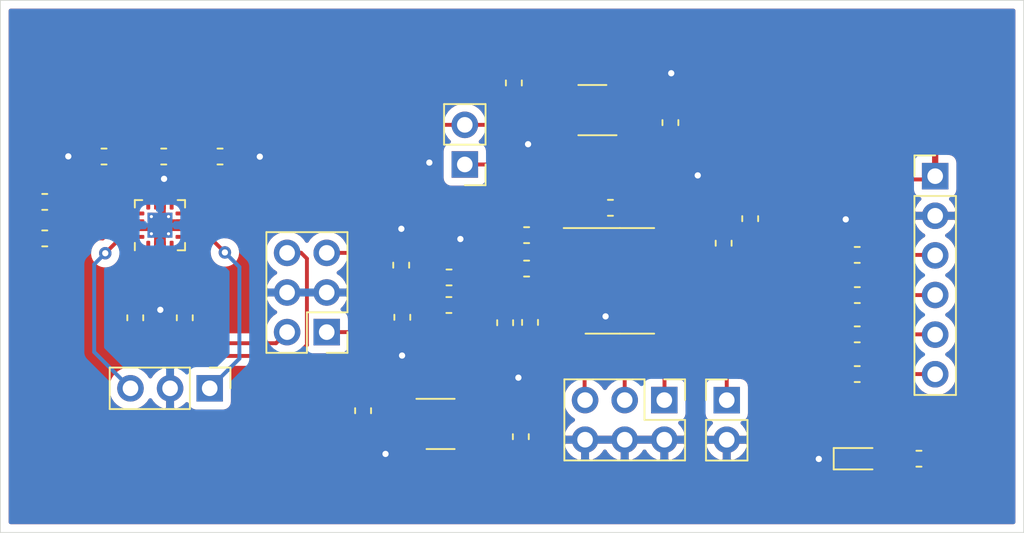
<source format=kicad_pcb>
(kicad_pcb (version 20171130) (host pcbnew 5.1.6-c6e7f7d~87~ubuntu18.04.1)
  (title_block (title "5V PCM5102 interface for Raspberry PI (PLL Operation)") (date 2020-08-28) (rev 0.5) (company 6r1d) (comment 1 "Attention: board is not tested yet"))
  (layers (0 F.Cu signal) (31 B.Cu signal) (34 B.Paste user) (35 F.Paste user) (36 B.SilkS user) (37 F.SilkS user) (38 B.Mask user) (39 F.Mask user) (44 Edge.Cuts user))
  (net 0 "")
  (net 1 PCM_AGND)
  (net 2 "Net-(C6-Pad2)")
  (net 3 "Net-(C9-Pad2)")
  (net 4 AMP_IN_L)
  (net 5 AMP_IN_R)
  (net 6 PCM_AVDD)
  (net 7 PCM_CPVDD)
  (net 8 DAC_OUT_L)
  (net 9 DAC_OUT_R)
  (net 10 PCM_LDOO)
  (net 11 PCM_CAPP)
  (net 12 PCM_CAPM)
  (net 13 PCM_VNEG)
  (net 14 "Net-(D1-Pad2)")
  (net 15 "Net-(J1-Pad3)")
  (net 16 "Net-(J1-Pad4)")
  (net 17 "Net-(J1-Pad5)")
  (net 18 "Net-(J1-Pad6)")
  (net 19 PCM_FMT)
  (net 20 PCM_DEMP)
  (net 21 PCM_FLT)
  (net 22 PCM_SCK)
  (net 23 PCM_XSMT)
  (net 24 PCM_BCK)
  (net 25 PCM_OUT_L)
  (net 26 PCM_OUT_R)
  (net 27 PCM_DIN)
  (net 28 PCM_LRCK)
  (net 29 AMP_CPP1)
  (net 30 AMP_CPN1)
  (net 31 AMP_OUTR)
  (net 32 AMP_OUTL)
  (net 33 AMP_INLM)
  (net 34 AMP_INRM)
  (net 35 AMP_HPVSS)
  (net 36 AMP_EN)
  (net 37 AMP_VDD)
  (net 38 AMP_HPVDD)
  (module Resistor_SMD:R_0603_1608Metric (layer F.Cu) (at 15.72 25.68)
    (fp_text reference R_AMP_EN_2 hide)
    (fp_text value "220 / 330" hide)
    (pad 2 smd roundrect (at 0.7875 0) (size 0.875 0.95) (layers F.Cu F.Paste F.Mask) (net 36 AMP_EN))
    (pad 1 smd roundrect (at -0.7875 0) (size 0.875 0.95) (layers F.Cu F.Paste F.Mask) (net 37 AMP_VDD))
  )
  (module Capacitor_SMD:C_0603_1608Metric (layer F.Cu) (at 36.13156 39.06812 90)
    (fp_text reference C5 hide)
    (fp_text value 2.2 hide)
    (pad 2 smd roundrect (at 0.7875 0 90) (size 0.875 0.95) (layers F.Cu F.Paste F.Mask) (net 37 AMP_VDD))
    (pad 1 smd roundrect (at -0.7875 0 90) (size 0.875 0.95) (layers F.Cu F.Paste F.Mask) (net 1 PCM_AGND))
  )
  (module Capacitor_SMD:C_0603_1608Metric (layer F.Cu) (at 46.24584 40.73436 90)
    (fp_text reference C6 hide)
    (fp_text value 0.01 hide)
    (pad 1 smd roundrect (at -0.7875 0 90) (size 0.875 0.95) (layers F.Cu F.Paste F.Mask) (net 1 PCM_AGND))
    (pad 2 smd roundrect (at 0.7875 0 90) (size 0.875 0.95) (layers F.Cu F.Paste F.Mask) (net 2 "Net-(C6-Pad2)"))
  )
  (module Capacitor_SMD:C_0603_1608Metric (layer F.Cu) (at 55.83688 20.59724 270)
    (fp_text reference C8 hide)
    (fp_text value 2.2 hide)
    (pad 2 smd roundrect (at 0.7875 0 270) (size 0.875 0.95) (layers F.Cu F.Paste F.Mask) (net 37 AMP_VDD))
    (pad 1 smd roundrect (at -0.7875 0 270) (size 0.875 0.95) (layers F.Cu F.Paste F.Mask) (net 1 PCM_AGND))
  )
  (module Capacitor_SMD:C_0603_1608Metric (layer F.Cu) (at 45.7988 18.05216 270)
    (fp_text reference C9 hide)
    (fp_text value 0.01 hide)
    (pad 1 smd roundrect (at -0.7875 0 270) (size 0.875 0.95) (layers F.Cu F.Paste F.Mask) (net 1 PCM_AGND))
    (pad 2 smd roundrect (at 0.7875 0 270) (size 0.875 0.95) (layers F.Cu F.Paste F.Mask) (net 3 "Net-(C9-Pad2)"))
  )
  (module Capacitor_SMD:C_0603_1608Metric (layer F.Cu) (at 21.52396 33.11 90)
    (fp_text reference C_AL1 hide)
    (fp_text value "1 uF" hide)
    (pad 1 smd roundrect (at -0.7875 0 90) (size 0.875 0.95) (layers F.Cu F.Paste F.Mask) (net 4 AMP_IN_L))
    (pad 2 smd roundrect (at 0.7875 0 90) (size 0.875 0.95) (layers F.Cu F.Paste F.Mask) (net 33 AMP_INLM))
  )
  (module Capacitor_SMD:C_0603_1608Metric (layer F.Cu) (at 24.6982 33.11 90)
    (fp_text reference C_AR1 hide)
    (fp_text value 1uF hide)
    (pad 1 smd roundrect (at -0.7875 0 90) (size 0.875 0.95) (layers F.Cu F.Paste F.Mask) (net 5 AMP_IN_R))
    (pad 2 smd roundrect (at 0.7875 0 90) (size 0.875 0.95) (layers F.Cu F.Paste F.Mask) (net 34 AMP_INRM))
  )
  (module Capacitor_SMD:C_0603_1608Metric (layer F.Cu) (at 46.83576 33.40708 270)
    (fp_text reference C_AVDD_1 hide)
    (fp_text value 10u hide)
    (pad 2 smd roundrect (at 0.7875 0 270) (size 0.875 0.95) (layers F.Cu F.Paste F.Mask) (net 1 PCM_AGND))
    (pad 1 smd roundrect (at -0.7875 0 270) (size 0.875 0.95) (layers F.Cu F.Paste F.Mask) (net 6 PCM_AVDD))
  )
  (module Capacitor_SMD:C_0603_1608Metric (layer F.Cu) (at 45.24064 33.4274 270)
    (fp_text reference C_AVDD_2 hide)
    (fp_text value 0.1u hide)
    (pad 1 smd roundrect (at -0.7875 0 270) (size 0.875 0.95) (layers F.Cu F.Paste F.Mask) (net 6 PCM_AVDD))
    (pad 2 smd roundrect (at 0.7875 0 270) (size 0.875 0.95) (layers F.Cu F.Paste F.Mask) (net 1 PCM_AGND))
  )
  (module Capacitor_SMD:C_0603_1608Metric (layer F.Cu) (at 46.61668 27.81084 180)
    (fp_text reference C_CPGND1 hide)
    (fp_text value 0.1uF hide)
    (pad 1 smd roundrect (at -0.7875 0 180) (size 0.875 0.95) (layers F.Cu F.Paste F.Mask) (net 7 PCM_CPVDD))
    (pad 2 smd roundrect (at 0.7875 0 180) (size 0.875 0.95) (layers F.Cu F.Paste F.Mask) (net 1 PCM_AGND))
  )
  (module Capacitor_SMD:C_0603_1608Metric (layer F.Cu) (at 38.57504 29.73616 90)
    (fp_text reference C_DAC_L1 hide)
    (fp_text value 2.2nF hide)
    (pad 2 smd roundrect (at 0.7875 0 90) (size 0.875 0.95) (layers F.Cu F.Paste F.Mask) (net 1 PCM_AGND))
    (pad 1 smd roundrect (at -0.7875 0 90) (size 0.875 0.95) (layers F.Cu F.Paste F.Mask) (net 8 DAC_OUT_L))
  )
  (module Capacitor_SMD:C_0603_1608Metric (layer F.Cu) (at 38.64616 33.0788 90)
    (fp_text reference C_DAC_R1 hide)
    (fp_text value 2.2nF hide)
    (pad 2 smd roundrect (at 0.7875 0 90) (size 0.875 0.95) (layers F.Cu F.Paste F.Mask) (net 9 DAC_OUT_R))
    (pad 1 smd roundrect (at -0.7875 0 90) (size 0.875 0.95) (layers F.Cu F.Paste F.Mask) (net 1 PCM_AGND))
  )
  (module Capacitor_SMD:C_0603_1608Metric (layer F.Cu) (at 60.95244 26.7542 90)
    (fp_text reference C_DVDD1 hide)
    (fp_text value "0.1 uF" hide)
    (pad 2 smd roundrect (at 0.7875 0 90) (size 0.875 0.95) (layers F.Cu F.Paste F.Mask) (net 7 PCM_CPVDD))
    (pad 1 smd roundrect (at -0.7875 0 90) (size 0.875 0.95) (layers F.Cu F.Paste F.Mask) (net 1 PCM_AGND))
  )
  (module Capacitor_SMD:C_0603_1608Metric (layer F.Cu) (at 26.96 22.77)
    (fp_text reference C_HPVSS_1 hide)
    (fp_text value "1 uF" hide)
    (pad 2 smd roundrect (at 0.7875 0) (size 0.875 0.95) (layers F.Cu F.Paste F.Mask) (net 1 PCM_AGND))
    (pad 1 smd roundrect (at -0.7875 0) (size 0.875 0.95) (layers F.Cu F.Paste F.Mask) (net 35 AMP_HPVSS))
  )
  (module Capacitor_SMD:C_0603_1608Metric (layer F.Cu) (at 59.25064 28.329 90)
    (fp_text reference C_LDOO1 hide)
    (fp_text value "0.1 uF" hide)
    (pad 1 smd roundrect (at -0.7875 0 90) (size 0.875 0.95) (layers F.Cu F.Paste F.Mask) (net 10 PCM_LDOO))
    (pad 2 smd roundrect (at 0.7875 0 90) (size 0.875 0.95) (layers F.Cu F.Paste F.Mask) (net 1 PCM_AGND))
  )
  (module Capacitor_SMD:C_0603_1608Metric (layer F.Cu) (at 51.99132 26.05824)
    (fp_text reference C_PCM_CAPS_1 hide)
    (fp_text value 2.2uF hide)
    (pad 1 smd roundrect (at -0.7875 0) (size 0.875 0.95) (layers F.Cu F.Paste F.Mask) (net 11 PCM_CAPP))
    (pad 2 smd roundrect (at 0.7875 0) (size 0.875 0.95) (layers F.Cu F.Paste F.Mask) (net 12 PCM_CAPM))
  )
  (module Capacitor_SMD:C_0603_1608Metric (layer F.Cu) (at 46.61668 29.9546)
    (fp_text reference C_PCM_VNEG_1 hide)
    (fp_text value 2.2uF hide)
    (pad 2 smd roundrect (at 0.7875 0) (size 0.875 0.95) (layers F.Cu F.Paste F.Mask) (net 13 PCM_VNEG))
    (pad 1 smd roundrect (at -0.7875 0) (size 0.875 0.95) (layers F.Cu F.Paste F.Mask) (net 1 PCM_AGND))
  )
  (module Capacitor_SMD:C_0603_1608Metric (layer F.Cu) (at 23.35 22.77)
    (fp_text reference CP_P_N1 hide)
    (fp_text value 1uF hide)
    (pad 1 smd roundrect (at -0.7875 0) (size 0.875 0.95) (layers F.Cu F.Paste F.Mask) (net 29 AMP_CPP1))
    (pad 2 smd roundrect (at 0.7875 0) (size 0.875 0.95) (layers F.Cu F.Paste F.Mask) (net 30 AMP_CPN1))
  )
  (module LED_SMD:LED_0603_1608Metric_Castellated (layer F.Cu) (at 67.99332 42.1466)
    (fp_text reference D1 hide)
    (fp_text value LED hide)
    (pad 1 smd roundrect (at -0.8125 0) (size 1.225 0.85) (layers F.Cu F.Paste F.Mask) (net 1 PCM_AGND))
    (pad 2 smd roundrect (at 0.8125 0) (size 1.225 0.85) (layers F.Cu F.Paste F.Mask) (net 14 "Net-(D1-Pad2)"))
  )
  (module Connector_PinHeader_2.54mm:PinHeader_1x06_P2.54mm_Vertical (layer F.Cu) (at 72.81424 24.0296)
    (fp_text reference J1 hide)
    (fp_text value Conn_01x06 hide)
    (pad 1 thru_hole rect (at 0 0) (size 1.7 1.7) (drill 1) (layers *.Cu *.Mask) (net 37 AMP_VDD))
    (pad 2 thru_hole oval (at 0 2.54) (size 1.7 1.7) (drill 1) (layers *.Cu *.Mask) (net 1 PCM_AGND))
    (pad 3 thru_hole oval (at 0 5.08) (size 1.7 1.7) (drill 1) (layers *.Cu *.Mask) (net 15 "Net-(J1-Pad3)"))
    (pad 4 thru_hole oval (at 0 7.62) (size 1.7 1.7) (drill 1) (layers *.Cu *.Mask) (net 16 "Net-(J1-Pad4)"))
    (pad 5 thru_hole oval (at 0 10.16) (size 1.7 1.7) (drill 1) (layers *.Cu *.Mask) (net 17 "Net-(J1-Pad5)"))
    (pad 6 thru_hole oval (at 0 12.7) (size 1.7 1.7) (drill 1) (layers *.Cu *.Mask) (net 18 "Net-(J1-Pad6)"))
  )
  (module Connector_PinHeader_2.54mm:PinHeader_1x02_P2.54mm_Vertical (layer F.Cu) (at 59.44876 38.39248)
    (fp_text reference J_SCK1 hide)
    (fp_text value Conn_01x02 hide)
    (pad 2 thru_hole oval (at 0 2.54) (size 1.7 1.7) (drill 1) (layers *.Cu *.Mask) (net 1 PCM_AGND))
    (pad 1 thru_hole rect (at 0 0) (size 1.7 1.7) (drill 1) (layers *.Cu *.Mask) (net 22 PCM_SCK))
  )
  (module Connector_PinHeader_2.54mm:PinHeader_1x02_P2.54mm_Vertical (layer F.Cu) (at 42.65428 23.27948 180)
    (fp_text reference J_XSMT1 hide)
    (fp_text value Conn_01x02 hide)
    (pad 1 thru_hole rect (at 0 0 180) (size 1.7 1.7) (drill 1) (layers *.Cu *.Mask) (net 23 PCM_XSMT))
    (pad 2 thru_hole oval (at 0 2.54 180) (size 1.7 1.7) (drill 1) (layers *.Cu *.Mask) (net 7 PCM_CPVDD))
  )
  (module Resistor_SMD:R_0603_1608Metric (layer F.Cu) (at 67.81552 34.172666)
    (fp_text reference R_BCK_1 hide)
    (fp_text value "220 / 330" hide)
    (pad 1 smd roundrect (at -0.7875 0) (size 0.875 0.95) (layers F.Cu F.Paste F.Mask) (net 24 PCM_BCK))
    (pad 2 smd roundrect (at 0.7875 0) (size 0.875 0.95) (layers F.Cu F.Paste F.Mask) (net 17 "Net-(J1-Pad5)"))
  )
  (module Resistor_SMD:R_0603_1608Metric (layer F.Cu) (at 41.64336 30.52356)
    (fp_text reference R_DAC_L1 hide)
    (fp_text value 471 hide)
    (pad 2 smd roundrect (at 0.7875 0) (size 0.875 0.95) (layers F.Cu F.Paste F.Mask) (net 25 PCM_OUT_L))
    (pad 1 smd roundrect (at -0.7875 0) (size 0.875 0.95) (layers F.Cu F.Paste F.Mask) (net 8 DAC_OUT_L))
  )
  (module Resistor_SMD:R_0603_1608Metric (layer F.Cu) (at 41.6332 32.2914)
    (fp_text reference R_DAC_R1 hide)
    (fp_text value 471 hide)
    (pad 1 smd roundrect (at -0.7875 0) (size 0.875 0.95) (layers F.Cu F.Paste F.Mask) (net 9 DAC_OUT_R))
    (pad 2 smd roundrect (at 0.7875 0) (size 0.875 0.95) (layers F.Cu F.Paste F.Mask) (net 26 PCM_OUT_R))
  )
  (module Resistor_SMD:R_0603_1608Metric (layer F.Cu) (at 67.8206 31.65468)
    (fp_text reference R_DIN_1 hide)
    (fp_text value "220 / 330" hide)
    (pad 2 smd roundrect (at 0.7875 0) (size 0.875 0.95) (layers F.Cu F.Paste F.Mask) (net 16 "Net-(J1-Pad4)"))
    (pad 1 smd roundrect (at -0.7875 0) (size 0.875 0.95) (layers F.Cu F.Paste F.Mask) (net 27 PCM_DIN))
  )
  (module Resistor_SMD:R_0603_1608Metric (layer F.Cu) (at 67.81552 29.07912)
    (fp_text reference R_LCK_1 hide)
    (fp_text value "220 / 330" hide)
    (pad 1 smd roundrect (at -0.7875 0) (size 0.875 0.95) (layers F.Cu F.Paste F.Mask) (net 28 PCM_LRCK))
    (pad 2 smd roundrect (at 0.7875 0) (size 0.875 0.95) (layers F.Cu F.Paste F.Mask) (net 15 "Net-(J1-Pad3)"))
  )
  (module Resistor_SMD:R_0603_1608Metric (layer F.Cu) (at 71.77284 42.1466 180)
    (fp_text reference R_LED1 hide)
    (fp_text value 1k hide)
    (pad 1 smd roundrect (at -0.7875 0 180) (size 0.875 0.95) (layers F.Cu F.Paste F.Mask) (net 37 AMP_VDD))
    (pad 2 smd roundrect (at 0.7875 0 180) (size 0.875 0.95) (layers F.Cu F.Paste F.Mask) (net 14 "Net-(D1-Pad2)"))
  )
  (module Resistor_SMD:R_0603_1608Metric (layer F.Cu) (at 67.81552 36.71944)
    (fp_text reference R_SCK_1 hide)
    (fp_text value "220 / 330" hide)
    (pad 2 smd roundrect (at 0.7875 0) (size 0.875 0.95) (layers F.Cu F.Paste F.Mask) (net 18 "Net-(J1-Pad6)"))
    (pad 1 smd roundrect (at -0.7875 0) (size 0.875 0.95) (layers F.Cu F.Paste F.Mask) (net 22 PCM_SCK))
  )
  (module Package_SO:TSSOP-20_4.4x6.5mm_P0.65mm (layer F.Cu) (at 52.59584 30.742)
    (fp_text reference U1 hide)
    (fp_text value PCM5102 hide)
    (pad 1 smd roundrect (at -2.8625 -2.925) (size 1.475 0.4) (layers F.Cu F.Paste F.Mask) (net 7 PCM_CPVDD))
    (pad 2 smd roundrect (at -2.8625 -2.275) (size 1.475 0.4) (layers F.Cu F.Paste F.Mask) (net 11 PCM_CAPP))
    (pad 3 smd roundrect (at -2.8625 -1.625) (size 1.475 0.4) (layers F.Cu F.Paste F.Mask) (net 1 PCM_AGND))
    (pad 4 smd roundrect (at -2.8625 -0.975) (size 1.475 0.4) (layers F.Cu F.Paste F.Mask) (net 12 PCM_CAPM))
    (pad 5 smd roundrect (at -2.8625 -0.325) (size 1.475 0.4) (layers F.Cu F.Paste F.Mask) (net 13 PCM_VNEG))
    (pad 6 smd roundrect (at -2.8625 0.325) (size 1.475 0.4) (layers F.Cu F.Paste F.Mask) (net 25 PCM_OUT_L))
    (pad 7 smd roundrect (at -2.8625 0.975) (size 1.475 0.4) (layers F.Cu F.Paste F.Mask) (net 26 PCM_OUT_R))
    (pad 8 smd roundrect (at -2.8625 1.625) (size 1.475 0.4) (layers F.Cu F.Paste F.Mask) (net 6 PCM_AVDD))
    (pad 9 smd roundrect (at -2.8625 2.275) (size 1.475 0.4) (layers F.Cu F.Paste F.Mask) (net 1 PCM_AGND))
    (pad 10 smd roundrect (at -2.8625 2.925) (size 1.475 0.4) (layers F.Cu F.Paste F.Mask) (net 20 PCM_DEMP))
    (pad 11 smd roundrect (at 2.8625 2.925) (size 1.475 0.4) (layers F.Cu F.Paste F.Mask) (net 21 PCM_FLT))
    (pad 12 smd roundrect (at 2.8625 2.275) (size 1.475 0.4) (layers F.Cu F.Paste F.Mask) (net 22 PCM_SCK))
    (pad 13 smd roundrect (at 2.8625 1.625) (size 1.475 0.4) (layers F.Cu F.Paste F.Mask) (net 24 PCM_BCK))
    (pad 14 smd roundrect (at 2.8625 0.975) (size 1.475 0.4) (layers F.Cu F.Paste F.Mask) (net 27 PCM_DIN))
    (pad 15 smd roundrect (at 2.8625 0.325) (size 1.475 0.4) (layers F.Cu F.Paste F.Mask) (net 28 PCM_LRCK))
    (pad 16 smd roundrect (at 2.8625 -0.325) (size 1.475 0.4) (layers F.Cu F.Paste F.Mask) (net 19 PCM_FMT))
    (pad 17 smd roundrect (at 2.8625 -0.975) (size 1.475 0.4) (layers F.Cu F.Paste F.Mask) (net 23 PCM_XSMT))
    (pad 18 smd roundrect (at 2.8625 -1.625) (size 1.475 0.4) (layers F.Cu F.Paste F.Mask) (net 10 PCM_LDOO))
    (pad 19 smd roundrect (at 2.8625 -2.275) (size 1.475 0.4) (layers F.Cu F.Paste F.Mask) (net 1 PCM_AGND))
    (pad 20 smd roundrect (at 2.8625 -2.925) (size 1.475 0.4) (layers F.Cu F.Paste F.Mask) (net 7 PCM_CPVDD))
  )
  (module Package_TO_SOT_SMD:SOT-23-5 (layer F.Cu) (at 41.0998 39.91648)
    (fp_text reference U2 hide)
    (fp_text value " TJ9198GSF5-3.3D" hide)
    (pad 1 smd rect (at -1.1 -0.95) (size 1.06 0.65) (layers F.Cu F.Paste F.Mask) (net 37 AMP_VDD))
    (pad 2 smd rect (at -1.1 0) (size 1.06 0.65) (layers F.Cu F.Paste F.Mask) (net 1 PCM_AGND))
    (pad 3 smd rect (at -1.1 0.95) (size 1.06 0.65) (layers F.Cu F.Paste F.Mask) (net 37 AMP_VDD))
    (pad 4 smd rect (at 1.1 0.95) (size 1.06 0.65) (layers F.Cu F.Paste F.Mask) (net 2 "Net-(C6-Pad2)"))
    (pad 5 smd rect (at 1.1 -0.95) (size 1.06 0.65) (layers F.Cu F.Paste F.Mask) (net 6 PCM_AVDD))
  )
  (module Package_TO_SOT_SMD:SOT-23-5 (layer F.Cu) (at 50.83308 19.7946 180)
    (fp_text reference U3 hide)
    (fp_text value " TJ9198GSF5-3.3D" hide)
    (pad 5 smd rect (at 1.1 -0.95 180) (size 1.06 0.65) (layers F.Cu F.Paste F.Mask) (net 7 PCM_CPVDD))
    (pad 4 smd rect (at 1.1 0.95 180) (size 1.06 0.65) (layers F.Cu F.Paste F.Mask) (net 3 "Net-(C9-Pad2)"))
    (pad 3 smd rect (at -1.1 0.95 180) (size 1.06 0.65) (layers F.Cu F.Paste F.Mask) (net 37 AMP_VDD))
    (pad 2 smd rect (at -1.1 0 180) (size 1.06 0.65) (layers F.Cu F.Paste F.Mask) (net 1 PCM_AGND))
    (pad 1 smd rect (at -1.1 -0.95 180) (size 1.06 0.65) (layers F.Cu F.Paste F.Mask) (net 37 AMP_VDD))
  )
  (module Package_DFN_QFN:WQFN-16-1EP_3x3mm_P0.5mm_EP1.6x1.6mm_ThermalVias (layer F.Cu) (at 23.106 27.17284 90)
    (fp_text reference U4 hide)
    (fp_text value TPA6132A2RTE hide)
    (pad 1 smd roundrect (at -1.4375 -0.75 90) (size 0.875 0.25) (layers F.Cu F.Paste F.Mask) (net 33 AMP_INLM))
    (pad 2 smd roundrect (at -1.4375 -0.25 90) (size 0.875 0.25) (layers F.Cu F.Paste F.Mask) (net 1 PCM_AGND))
    (pad 3 smd roundrect (at -1.4375 0.25 90) (size 0.875 0.25) (layers F.Cu F.Paste F.Mask) (net 1 PCM_AGND))
    (pad 4 smd roundrect (at -1.4375 0.75 90) (size 0.875 0.25) (layers F.Cu F.Paste F.Mask) (net 34 AMP_INRM))
    (pad 5 smd roundrect (at -0.75 1.4375 90) (size 0.25 0.875) (layers F.Cu F.Paste F.Mask) (net 31 AMP_OUTR))
    (pad 6 smd roundrect (at -0.25 1.4375 90) (size 0.25 0.875) (layers F.Cu F.Paste F.Mask) (net 1 PCM_AGND))
    (pad 7 smd roundrect (at 0.25 1.4375 90) (size 0.25 0.875) (layers F.Cu F.Paste F.Mask) (net 1 PCM_AGND))
    (pad 8 smd roundrect (at 0.75 1.4375 90) (size 0.25 0.875) (layers F.Cu F.Paste F.Mask) (net 35 AMP_HPVSS))
    (pad 9 smd roundrect (at 1.4375 0.75 90) (size 0.875 0.25) (layers F.Cu F.Paste F.Mask) (net 30 AMP_CPN1))
    (pad 10 smd roundrect (at 1.4375 0.25 90) (size 0.875 0.25) (layers F.Cu F.Paste F.Mask) (net 1 PCM_AGND))
    (pad 11 smd roundrect (at 1.4375 -0.25 90) (size 0.875 0.25) (layers F.Cu F.Paste F.Mask) (net 29 AMP_CPP1))
    (pad 12 smd roundrect (at 1.4375 -0.75 90) (size 0.875 0.25) (layers F.Cu F.Paste F.Mask) (net 38 AMP_HPVDD))
    (pad 13 smd roundrect (at 0.75 -1.4375 90) (size 0.25 0.875) (layers F.Cu F.Paste F.Mask) (net 36 AMP_EN))
    (pad 14 smd roundrect (at 0.25 -1.4375 90) (size 0.25 0.875) (layers F.Cu F.Paste F.Mask) (net 37 AMP_VDD))
    (pad 15 smd roundrect (at -0.25 -1.4375 90) (size 0.25 0.875) (layers F.Cu F.Paste F.Mask) (net 1 PCM_AGND))
    (pad 16 smd roundrect (at -0.75 -1.4375 90) (size 0.25 0.875) (layers F.Cu F.Paste F.Mask) (net 32 AMP_OUTL))
    (pad 17 smd rect (at 0 0 90) (size 1.6 1.6) (layers F.Cu F.Mask) (net 1 PCM_AGND))
    (pad 17 thru_hole circle (at -0.55 -0.55 90) (size 0.5 0.5) (drill 0.2) (layers *.Cu) (net 1 PCM_AGND))
    (pad 17 thru_hole circle (at 0.55 -0.55 90) (size 0.5 0.5) (drill 0.2) (layers *.Cu) (net 1 PCM_AGND))
    (pad 17 thru_hole circle (at -0.55 0.55 90) (size 0.5 0.5) (drill 0.2) (layers *.Cu) (net 1 PCM_AGND))
    (pad 17 thru_hole circle (at 0.55 0.55 90) (size 0.5 0.5) (drill 0.2) (layers *.Cu) (net 1 PCM_AGND))
    (pad 17 smd rect (at 0 0 90) (size 1.6 1.6) (layers B.Cu) (net 1 PCM_AGND))
  )
  (module Capacitor_SMD:C_0603_1608Metric (layer F.Cu) (at 19.52 22.77 180)
    (fp_text reference C_HPVDD1 hide)
    (fp_text value "2.2 uF" hide)
    (pad 1 smd roundrect (at -0.7875 0 180) (size 0.875 0.95) (layers F.Cu F.Paste F.Mask) (net 38 AMP_HPVDD))
    (pad 2 smd roundrect (at 0.7875 0 180) (size 0.875 0.95) (layers F.Cu F.Paste F.Mask) (net 1 PCM_AGND))
  )
  (module Connector_PinHeader_2.54mm:PinHeader_1x03_P2.54mm_Vertical (layer F.Cu) (at 26.29624 37.63256 270)
    (fp_text reference J_SND_OUT1 hide)
    (fp_text value Conn_01x03 hide)
    (pad 1 thru_hole rect (at 0 0 270) (size 1.7 1.7) (drill 1) (layers *.Cu *.Mask) (net 31 AMP_OUTR))
    (pad 2 thru_hole oval (at 0 2.54 270) (size 1.7 1.7) (drill 1) (layers *.Cu *.Mask) (net 1 PCM_AGND))
    (pad 3 thru_hole oval (at 0 5.08 270) (size 1.7 1.7) (drill 1) (layers *.Cu *.Mask) (net 32 AMP_OUTL))
  )
  (module Connector_PinHeader_2.54mm:PinHeader_2x03_P2.54mm_Vertical (layer F.Cu) (at 33.79984 34.02876 180)
    (fp_text reference J_DAC_OUT_1 hide)
    (fp_text value Conn_02x03_Odd_Even hide)
    (pad 1 thru_hole rect (at 0 0 180) (size 1.7 1.7) (drill 1) (layers *.Cu *.Mask) (net 9 DAC_OUT_R))
    (pad 2 thru_hole oval (at 2.54 0 180) (size 1.7 1.7) (drill 1) (layers *.Cu *.Mask) (net 5 AMP_IN_R))
    (pad 3 thru_hole oval (at 0 2.54 180) (size 1.7 1.7) (drill 1) (layers *.Cu *.Mask) (net 1 PCM_AGND))
    (pad 4 thru_hole oval (at 2.54 2.54 180) (size 1.7 1.7) (drill 1) (layers *.Cu *.Mask) (net 1 PCM_AGND))
    (pad 5 thru_hole oval (at 0 5.08 180) (size 1.7 1.7) (drill 1) (layers *.Cu *.Mask) (net 8 DAC_OUT_L))
    (pad 6 thru_hole oval (at 2.54 5.08 180) (size 1.7 1.7) (drill 1) (layers *.Cu *.Mask) (net 4 AMP_IN_L))
  )
  (module Connector_PinHeader_2.54mm:PinHeader_2x03_P2.54mm_Vertical (layer F.Cu) (at 55.44572 38.3874 270)
    (fp_text reference J_JMP1 hide)
    (fp_text value Conn_02x03_Odd_Even hide)
    (pad 1 thru_hole rect (at 0 0 270) (size 1.7 1.7) (drill 1) (layers *.Cu *.Mask) (net 21 PCM_FLT))
    (pad 2 thru_hole oval (at 2.54 0 270) (size 1.7 1.7) (drill 1) (layers *.Cu *.Mask) (net 1 PCM_AGND))
    (pad 3 thru_hole oval (at 0 2.54 270) (size 1.7 1.7) (drill 1) (layers *.Cu *.Mask) (net 19 PCM_FMT))
    (pad 4 thru_hole oval (at 2.54 2.54 270) (size 1.7 1.7) (drill 1) (layers *.Cu *.Mask) (net 1 PCM_AGND))
    (pad 5 thru_hole oval (at 0 5.08 270) (size 1.7 1.7) (drill 1) (layers *.Cu *.Mask) (net 20 PCM_DEMP))
    (pad 6 thru_hole oval (at 2.54 5.08 270) (size 1.7 1.7) (drill 1) (layers *.Cu *.Mask) (net 1 PCM_AGND))
  )
  (module Capacitor_SMD:C_0603_1608Metric (layer F.Cu) (at 15.72 28.02)
    (fp_text reference C_AMP_VDD1 hide)
    (fp_text value "2.2 uF" hide)
    (pad 1 smd roundrect (at -0.7875 0) (size 0.875 0.95) (layers F.Cu F.Paste F.Mask) (net 37 AMP_VDD))
    (pad 2 smd roundrect (at 0.7875 0) (size 0.875 0.95) (layers F.Cu F.Paste F.Mask) (net 1 PCM_AGND))
  )
  (gr_line (start 12.87532 12.7588) (end 78.4886 12.7588) (layer Edge.Cuts) (width 0.05))
  (gr_line (start 12.87532 46.87608) (end 12.87532 12.7588) (layer Edge.Cuts) (width 0.05))
  (gr_line (start 78.4886 46.87608) (end 12.87532 46.87608) (layer Edge.Cuts) (width 0.05))
  (gr_line (start 78.4886 12.7588) (end 78.4886 46.87608) (layer Edge.Cuts) (width 0.05))
  (segment (start 60.95224 27.5415) (end 60.95244 27.5417) (width 0.25) (layer F.Cu) (net 1))
  (segment (start 59.25064 27.5415) (end 60.95224 27.5415) (width 0.25) (layer F.Cu) (net 1))
  (segment (start 72.799 26.79484) (end 72.81424 26.7796) (width 0.25) (layer F.Cu) (net 1))
  (segment (start 51.93308 19.7946) (end 53.99284 19.7946) (width 0.25) (layer F.Cu) (net 1))
  (segment (start 53.99284 19.7946) (end 55.82174 19.7946) (width 0.25) (layer F.Cu) (net 1))
  (segment (start 39.9998 39.90124) (end 37.94004 39.90124) (width 0.25) (layer F.Cu) (net 1))
  (segment (start 37.94004 39.90124) (end 36.11114 39.90124) (width 0.25) (layer F.Cu) (net 1))
  (segment (start 38.96112 42.63936) (end 37.94004 41.61828) (width 0.25) (layer F.Cu) (net 1))
  (segment (start 46.1798 41.48122) (end 46.1798 42.1974) (width 0.25) (layer F.Cu) (net 1))
  (segment (start 46.1798 42.1974) (end 45.73784 42.63936) (width 0.25) (layer F.Cu) (net 1))
  (segment (start 37.94004 41.61828) (end 37.94004 39.90124) (width 0.25) (layer F.Cu) (net 1))
  (segment (start 45.73784 42.63936) (end 38.96112 42.63936) (width 0.25) (layer F.Cu) (net 1))
  (segment (start 59.23446 27.55768) (end 59.25064 27.5415) (width 0.25) (layer F.Cu) (net 1))
  (segment (start 46.87576 35.34458) (end 45.30096 35.34458) (width 0.25) (layer F.Cu) (net 1))
  (segment (start 45.82918 28.91838) (end 45.82918 29.9546) (width 0.25) (layer F.Cu) (net 1))
  (segment (start 45.82918 27.81084) (end 45.82918 28.91838) (width 0.25) (layer F.Cu) (net 1))
  (segment (start 48.5172 29.117) (end 49.73334 29.117) (width 0.25) (layer F.Cu) (net 1))
  (segment (start 45.88516 28.8624) (end 48.2626 28.8624) (width 0.25) (layer F.Cu) (net 1))
  (segment (start 48.2626 28.8624) (end 48.5172 29.117) (width 0.25) (layer F.Cu) (net 1))
  (segment (start 31.23952 31.50908) (end 31.25984 31.48876) (width 0.25) (layer F.Cu) (net 1))
  (segment (start 55.45834 28.467) (end 57.61912 28.467) (width 0.25) (layer F.Cu) (net 1))
  (segment (start 58.54462 27.5415) (end 59.25064 27.5415) (width 0.25) (layer F.Cu) (net 1))
  (segment (start 57.61912 28.467) (end 58.54462 27.5415) (width 0.25) (layer F.Cu) (net 1))
  (segment (start 23.356 25.73534) (end 23.356 26.92284) (width 0.25) (layer F.Cu) (net 1))
  (segment (start 21.6685 27.42284) (end 22.856 27.42284) (width 0.25) (layer F.Cu) (net 1))
  (segment (start 22.856 27.42284) (end 23.106 27.17284) (width 0.25) (layer F.Cu) (net 1))
  (segment (start 22.856 28.61034) (end 22.856 27.42284) (width 0.25) (layer F.Cu) (net 1))
  (segment (start 23.356 28.61034) (end 23.356 27.42284) (width 0.25) (layer F.Cu) (net 1))
  (via (at 67.08 26.8) (size 0.8) (drill 0.4) (layers F.Cu B.Cu) (net 1))
  (segment (start 60.95244 27.5417) (end 62.5119 27.5417) (width 0.25) (layer F.Cu) (net 1))
  (segment (start 62.5119 27.5417) (end 62.52724 27.52636) (width 0.25) (layer F.Cu) (net 1))
  (via (at 38.5852 27.40444) (size 0.8) (drill 0.4) (layers F.Cu B.Cu) (net 1))
  (segment (start 38.57504 28.94866) (end 38.57504 27.4146) (width 0.25) (layer F.Cu) (net 1))
  (segment (start 38.57504 27.4146) (end 38.5852 27.40444) (width 0.25) (layer F.Cu) (net 1))
  (via (at 38.63092 35.53244) (size 0.8) (drill 0.4) (layers F.Cu B.Cu) (net 1))
  (segment (start 38.64616 33.8663) (end 38.64616 35.5172) (width 0.25) (layer F.Cu) (net 1))
  (segment (start 38.64616 35.5172) (end 38.63092 35.53244) (width 0.25) (layer F.Cu) (net 1))
  (segment (start 54.38908 19.439) (end 54.38908 19.7946) (width 0.25) (layer F.Cu) (net 1))
  (segment (start 54.38908 18.677) (end 54.38908 19.439) (width 0.25) (layer F.Cu) (net 1))
  (segment (start 45.7988 17.26466) (end 52.97674 17.26466) (width 0.25) (layer F.Cu) (net 1))
  (segment (start 52.97674 17.26466) (end 54.38908 18.677) (width 0.25) (layer F.Cu) (net 1))
  (via (at 55.89 17.43) (size 0.8) (drill 0.4) (layers F.Cu B.Cu) (net 1))
  (segment (start 55.83688 19.80974) (end 57.46258 19.80974) (width 0.25) (layer F.Cu) (net 1))
  (segment (start 57.46258 19.80974) (end 57.46756 19.80476) (width 0.25) (layer F.Cu) (net 1))
  (via (at 46.09 36.95) (size 0.8) (drill 0.4) (layers F.Cu B.Cu) (net 1))
  (segment (start 45.28064 35.3649) (end 43.77178 35.3649) (width 0.25) (layer F.Cu) (net 1))
  (segment (start 67.1605 42.16692) (end 67.18082 42.1466) (width 0.25) (layer F.Cu) (net 1))
  (segment (start 46.87576 35.34458) (end 47.65798 35.34458) (width 0.25) (layer F.Cu) (net 1))
  (segment (start 47.65798 35.34458) (end 47.99844 35.00412) (width 0.25) (layer F.Cu) (net 1))
  (segment (start 47.99844 35.00412) (end 47.99844 33.41916) (width 0.25) (layer F.Cu) (net 1))
  (segment (start 48.4006 33.017) (end 49.73334 33.017) (width 0.25) (layer F.Cu) (net 1))
  (segment (start 47.99844 33.41916) (end 48.4006 33.017) (width 0.25) (layer F.Cu) (net 1))
  (via (at 37.57 41.84) (size 0.8) (drill 0.4) (layers F.Cu B.Cu) (net 1))
  (segment (start 36.13156 39.85562) (end 36.13156 41.93832) (width 0.25) (layer F.Cu) (net 1))
  (segment (start 36.13156 41.93832) (end 36.13664 41.9434) (width 0.25) (layer F.Cu) (net 1))
  (segment (start 23.356 27.42284) (end 23.106 27.17284) (width 0.25) (layer F.Cu) (net 1))
  (segment (start 24.5435 27.42284) (end 23.356 27.42284) (width 0.25) (layer F.Cu) (net 1))
  (segment (start 23.356 26.92284) (end 23.106 27.17284) (width 0.25) (layer F.Cu) (net 1))
  (segment (start 24.5435 26.92284) (end 23.356 26.92284) (width 0.25) (layer F.Cu) (net 1))
  (via (at 65.35172 42.16184) (size 0.8) (drill 0.4) (layers F.Cu B.Cu) (net 1))
  (segment (start 67.18082 42.1466) (end 65.36696 42.1466) (width 0.25) (layer F.Cu) (net 1))
  (segment (start 65.36696 42.1466) (end 65.35172 42.16184) (width 0.25) (layer F.Cu) (net 1))
  (via (at 42.37 28.06) (size 0.8) (drill 0.4) (layers F.Cu B.Cu) (net 1))
  (segment (start 45.82918 29.9546) (end 44.2494 29.9546) (width 0.25) (layer F.Cu) (net 1))
  (via (at 23.13 32.6) (size 0.8) (drill 0.4) (layers F.Cu B.Cu) (net 1))
  (via (at 57.59 23.98) (size 0.8) (drill 0.4) (layers F.Cu B.Cu) (net 1))
  (via (at 40.38 23.16) (size 0.8) (drill 0.4) (layers F.Cu B.Cu) (net 1))
  (via (at 46.71 21.98) (size 0.8) (drill 0.4) (layers F.Cu B.Cu) (net 1))
  (segment (start 24.5435 26.92284) (end 25.86716 26.92284) (width 0.25) (layer F.Cu) (net 1))
  (segment (start 23.106 26.084) (end 23.106 27.17284) (width 0.25) (layer B.Cu) (net 1))
  (segment (start 23.106 27.17284) (end 24.39716 27.17284) (width 0.25) (layer B.Cu) (net 1))
  (segment (start 23.106 27.17284) (end 23.106 28.404) (width 0.25) (layer B.Cu) (net 1))
  (segment (start 23.106 27.17284) (end 21.70284 27.17284) (width 0.25) (layer B.Cu) (net 1))
  (segment (start 51.677 33.017) (end 51.68 33.02) (width 0.25) (layer F.Cu) (net 1))
  (via (at 51.68 33.02) (size 0.8) (drill 0.4) (layers F.Cu B.Cu) (net 1))
  (segment (start 49.73334 33.017) (end 51.677 33.017) (width 0.25) (layer F.Cu) (net 1))
  (segment (start 16.5075 28.02) (end 19.44001 28.02) (width 0.25) (layer F.Cu) (net 1))
  (segment (start 20.03717 27.42284) (end 19.44001 28.02) (width 0.25) (layer F.Cu) (net 1))
  (segment (start 21.6685 27.42284) (end 20.03717 27.42284) (width 0.25) (layer F.Cu) (net 1))
  (via (at 17.23 22.76) (size 0.8) (drill 0.4) (layers F.Cu B.Cu) (net 1))
  (segment (start 18.7325 22.77) (end 17.24 22.77) (width 0.25) (layer F.Cu) (net 1))
  (segment (start 17.24 22.77) (end 17.23 22.76) (width 0.25) (layer F.Cu) (net 1))
  (via (at 29.51 22.78) (size 0.8) (drill 0.4) (layers F.Cu B.Cu) (net 1))
  (segment (start 27.7475 22.77) (end 29.5 22.77) (width 0.25) (layer F.Cu) (net 1))
  (segment (start 29.5 22.77) (end 29.51 22.78) (width 0.25) (layer F.Cu) (net 1))
  (via (at 23.37 24.2) (size 0.8) (drill 0.4) (layers F.Cu B.Cu) (net 1))
  (segment (start 23.356 25.73534) (end 23.356 24.214) (width 0.25) (layer F.Cu) (net 1))
  (segment (start 23.356 24.214) (end 23.37 24.2) (width 0.25) (layer F.Cu) (net 1))
  (segment (start 42.1998 40.85124) (end 43.71596 40.85124) (width 0.25) (layer F.Cu) (net 2))
  (segment (start 43.71596 40.85124) (end 44.66098 39.90622) (width 0.25) (layer F.Cu) (net 2))
  (segment (start 46.17482 39.90124) (end 46.1798 39.90622) (width 0.25) (layer F.Cu) (net 2))
  (segment (start 44.66098 39.90622) (end 46.1798 39.90622) (width 0.25) (layer F.Cu) (net 2))
  (segment (start 49.72814 18.83966) (end 49.73308 18.8446) (width 0.25) (layer F.Cu) (net 3))
  (segment (start 45.7988 18.83966) (end 49.72814 18.83966) (width 0.25) (layer F.Cu) (net 3))
  (segment (start 31.16332 28.85224) (end 31.25984 28.94876) (width 0.25) (layer F.Cu) (net 4))
  (segment (start 31.26492 28.94368) (end 31.25984 28.94876) (width 0.25) (layer F.Cu) (net 4))
  (segment (start 31.8288 35.55784) (end 32.52984 34.8568) (width 0.25) (layer F.Cu) (net 4))
  (segment (start 32.52984 34.8568) (end 32.52984 29.31452) (width 0.25) (layer F.Cu) (net 4))
  (segment (start 32.52984 29.31452) (end 32.159 28.94368) (width 0.25) (layer F.Cu) (net 4))
  (segment (start 32.159 28.94368) (end 31.26492 28.94368) (width 0.25) (layer F.Cu) (net 4))
  (segment (start 31.8288 35.55784) (end 22.20784 35.55784) (width 0.25) (layer F.Cu) (net 4))
  (segment (start 21.52396 34.87396) (end 21.52396 33.8975) (width 0.25) (layer F.Cu) (net 4))
  (segment (start 22.20784 35.55784) (end 21.52396 34.87396) (width 0.25) (layer F.Cu) (net 4))
  (segment (start 31.13792 33.90684) (end 31.25984 34.02876) (width 0.25) (layer F.Cu) (net 5))
  (segment (start 31.25858 34.0275) (end 31.25984 34.02876) (width 0.25) (layer F.Cu) (net 5))
  (segment (start 30.5486 34.74) (end 31.25984 34.02876) (width 0.25) (layer F.Cu) (net 5))
  (segment (start 25.08 34.74) (end 30.5486 34.74) (width 0.25) (layer F.Cu) (net 5))
  (segment (start 24.6982 33.8975) (end 24.6982 34.3582) (width 0.25) (layer F.Cu) (net 5))
  (segment (start 24.6982 34.3582) (end 25.08 34.74) (width 0.25) (layer F.Cu) (net 5))
  (segment (start 49.73334 32.367) (end 47.833 32.367) (width 0.25) (layer F.Cu) (net 6))
  (segment (start 47.58042 32.61958) (end 46.83576 32.61958) (width 0.25) (layer F.Cu) (net 6))
  (segment (start 47.833 32.367) (end 47.58042 32.61958) (width 0.25) (layer F.Cu) (net 6))
  (segment (start 46.83576 32.61958) (end 45.26096 32.61958) (width 0.25) (layer F.Cu) (net 6))
  (segment (start 44.5301 32.6399) (end 45.24064 32.6399) (width 0.25) (layer F.Cu) (net 6))
  (segment (start 42.1998 38.96648) (end 42.1998 34.9702) (width 0.25) (layer F.Cu) (net 6))
  (segment (start 42.1998 34.9702) (end 44.5301 32.6399) (width 0.25) (layer F.Cu) (net 6))
  (segment (start 49.72718 27.81084) (end 49.73334 27.817) (width 0.25) (layer F.Cu) (net 7))
  (segment (start 47.40418 27.81084) (end 49.72718 27.81084) (width 0.25) (layer F.Cu) (net 7))
  (segment (start 55.45834 27.817) (end 56.928 27.817) (width 0.25) (layer F.Cu) (net 7))
  (segment (start 58.7783 25.9667) (end 60.95244 25.9667) (width 0.25) (layer F.Cu) (net 7))
  (segment (start 56.928 27.817) (end 58.7783 25.9667) (width 0.25) (layer F.Cu) (net 7))
  (segment (start 48.8366 20.7446) (end 49.73308 20.7446) (width 0.25) (layer F.Cu) (net 7))
  (segment (start 42.65428 20.73948) (end 48.83148 20.73948) (width 0.25) (layer F.Cu) (net 7))
  (segment (start 48.83148 20.73948) (end 48.8366 20.7446) (width 0.25) (layer F.Cu) (net 7))
  (segment (start 55.45834 27.817) (end 55.45834 24.95326) (width 0.25) (layer F.Cu) (net 7))
  (segment (start 55.45834 24.95326) (end 52.76856 22.26348) (width 0.25) (layer F.Cu) (net 7))
  (segment (start 51.25196 22.26348) (end 49.73308 20.7446) (width 0.25) (layer F.Cu) (net 7))
  (segment (start 52.76856 22.26348) (end 51.25196 22.26348) (width 0.25) (layer F.Cu) (net 7))
  (segment (start 39.779 20.73948) (end 42.65428 20.73948) (width 0.25) (layer F.Cu) (net 7))
  (segment (start 49.73334 26.70602) (end 48.6182 25.59088) (width 0.25) (layer F.Cu) (net 7))
  (segment (start 39.76884 25.59088) (end 38.90016 24.7222) (width 0.25) (layer F.Cu) (net 7))
  (segment (start 49.73334 27.817) (end 49.73334 26.70602) (width 0.25) (layer F.Cu) (net 7))
  (segment (start 38.90016 24.7222) (end 38.90016 21.61832) (width 0.25) (layer F.Cu) (net 7))
  (segment (start 38.90016 21.61832) (end 39.779 20.73948) (width 0.25) (layer F.Cu) (net 7))
  (segment (start 48.6182 25.59088) (end 39.76884 25.59088) (width 0.25) (layer F.Cu) (net 7))
  (segment (start 40.85586 30.52356) (end 40.39358 30.52356) (width 0.25) (layer F.Cu) (net 8))
  (segment (start 38.57504 30.52366) (end 40.85576 30.52366) (width 0.25) (layer F.Cu) (net 8))
  (segment (start 40.85576 30.52366) (end 40.85586 30.52356) (width 0.25) (layer F.Cu) (net 8))
  (segment (start 38.57504 30.52366) (end 37.35594 30.52366) (width 0.25) (layer F.Cu) (net 8))
  (segment (start 35.78104 28.94876) (end 33.79984 28.94876) (width 0.25) (layer F.Cu) (net 8))
  (segment (start 37.35594 30.52366) (end 35.78104 28.94876) (width 0.25) (layer F.Cu) (net 8))
  (segment (start 38.64626 32.2914) (end 38.64616 32.2913) (width 0.25) (layer F.Cu) (net 9))
  (segment (start 40.8457 32.2914) (end 38.64626 32.2914) (width 0.25) (layer F.Cu) (net 9))
  (segment (start 35.82168 34.02876) (end 33.79984 34.02876) (width 0.25) (layer F.Cu) (net 9))
  (segment (start 38.64616 32.2913) (end 37.55914 32.2913) (width 0.25) (layer F.Cu) (net 9))
  (segment (start 37.55914 32.2913) (end 35.82168 34.02876) (width 0.25) (layer F.Cu) (net 9))
  (segment (start 59.25014 29.117) (end 59.25064 29.1165) (width 0.25) (layer F.Cu) (net 10))
  (segment (start 55.45834 29.117) (end 59.25014 29.117) (width 0.25) (layer F.Cu) (net 10))
  (segment (start 49.73334 28.467) (end 50.75604 28.467) (width 0.25) (layer F.Cu) (net 11))
  (segment (start 51.20382 28.01922) (end 51.20382 26.05824) (width 0.25) (layer F.Cu) (net 11))
  (segment (start 50.75604 28.467) (end 51.20382 28.01922) (width 0.25) (layer F.Cu) (net 11))
  (segment (start 52.77882 27.9479) (end 52.77882 26.05824) (width 0.25) (layer F.Cu) (net 12))
  (segment (start 49.73334 29.767) (end 50.95972 29.767) (width 0.25) (layer F.Cu) (net 12))
  (segment (start 50.95972 29.767) (end 52.77882 27.9479) (width 0.25) (layer F.Cu) (net 12))
  (segment (start 49.73334 30.417) (end 48.6742 30.417) (width 0.25) (layer F.Cu) (net 13))
  (segment (start 48.2118 29.9546) (end 47.40418 29.9546) (width 0.25) (layer F.Cu) (net 13))
  (segment (start 48.6742 30.417) (end 48.2118 29.9546) (width 0.25) (layer F.Cu) (net 13))
  (segment (start 68.80582 42.1466) (end 70.98534 42.1466) (width 0.25) (layer F.Cu) (net 14))
  (segment (start 72.78376 29.28912) (end 72.81424 29.3196) (width 0.25) (layer F.Cu) (net 15))
  (segment (start 72.78376 29.07912) (end 72.81424 29.1096) (width 0.25) (layer F.Cu) (net 15))
  (segment (start 68.60302 29.07912) (end 72.78376 29.07912) (width 0.25) (layer F.Cu) (net 15))
  (segment (start 72.77868 31.82404) (end 72.81424 31.8596) (width 0.25) (layer F.Cu) (net 16))
  (segment (start 72.790533 31.835893) (end 72.81424 31.8596) (width 0.25) (layer F.Cu) (net 16))
  (segment (start 68.6081 31.86468) (end 68.61318 31.8596) (width 0.25) (layer F.Cu) (net 16))
  (segment (start 72.80916 31.65468) (end 72.81424 31.6496) (width 0.25) (layer F.Cu) (net 16))
  (segment (start 68.6081 31.65468) (end 72.80916 31.65468) (width 0.25) (layer F.Cu) (net 16))
  (segment (start 72.797306 34.382666) (end 72.81424 34.3996) (width 0.25) (layer F.Cu) (net 17))
  (segment (start 72.797306 34.172666) (end 72.81424 34.1896) (width 0.25) (layer F.Cu) (net 17))
  (segment (start 68.60302 34.172666) (end 72.797306 34.172666) (width 0.25) (layer F.Cu) (net 17))
  (segment (start 72.80408 36.92944) (end 72.81424 36.9396) (width 0.25) (layer F.Cu) (net 18))
  (segment (start 72.80408 36.71944) (end 72.81424 36.7296) (width 0.25) (layer F.Cu) (net 18))
  (segment (start 68.60302 36.71944) (end 72.80408 36.71944) (width 0.25) (layer F.Cu) (net 18))
  (segment (start 54.39912 30.417) (end 55.45834 30.417) (width 0.25) (layer F.Cu) (net 19))
  (segment (start 52.90572 31.9104) (end 54.39912 30.417) (width 0.25) (layer F.Cu) (net 19))
  (segment (start 52.90572 38.3874) (end 52.90572 31.9104) (width 0.25) (layer F.Cu) (net 19))
  (segment (start 49.73334 34.72734) (end 49.73334 33.667) (width 0.25) (layer F.Cu) (net 20))
  (segment (start 50.33524 38.35692) (end 50.33524 35.32924) (width 0.25) (layer F.Cu) (net 20))
  (segment (start 50.33524 35.32924) (end 49.73334 34.72734) (width 0.25) (layer F.Cu) (net 20))
  (segment (start 55.45834 38.37478) (end 55.44572 38.3874) (width 0.25) (layer F.Cu) (net 21))
  (segment (start 55.45834 33.667) (end 55.45834 38.37478) (width 0.25) (layer F.Cu) (net 21))
  (segment (start 59.44876 38.39248) (end 59.44876 34.11512) (width 0.25) (layer F.Cu) (net 22))
  (segment (start 59.44876 34.11512) (end 58.35064 33.017) (width 0.25) (layer F.Cu) (net 22))
  (segment (start 55.45834 33.017) (end 58.35064 33.017) (width 0.25) (layer F.Cu) (net 22))
  (segment (start 65.85944 36.71944) (end 67.02802 36.71944) (width 0.25) (layer F.Cu) (net 22))
  (segment (start 58.35064 33.017) (end 62.157 33.017) (width 0.25) (layer F.Cu) (net 22))
  (segment (start 62.157 33.017) (end 65.85944 36.71944) (width 0.25) (layer F.Cu) (net 22))
  (segment (start 52.11324 23.27948) (end 42.65428 23.27948) (width 0.25) (layer F.Cu) (net 23))
  (segment (start 54.18588 25.35212) (end 52.11324 23.27948) (width 0.25) (layer F.Cu) (net 23))
  (segment (start 55.45834 29.767) (end 54.46564 29.767) (width 0.25) (layer F.Cu) (net 23))
  (segment (start 54.18588 29.48724) (end 54.18588 25.35212) (width 0.25) (layer F.Cu) (net 23))
  (segment (start 54.46564 29.767) (end 54.18588 29.48724) (width 0.25) (layer F.Cu) (net 23))
  (segment (start 63.117 32.367) (end 64.93 34.18) (width 0.25) (layer F.Cu) (net 24))
  (segment (start 55.45834 32.367) (end 63.117 32.367) (width 0.25) (layer F.Cu) (net 24))
  (segment (start 67.020686 34.18) (end 67.02802 34.172666) (width 0.25) (layer F.Cu) (net 24))
  (segment (start 64.93 34.18) (end 67.020686 34.18) (width 0.25) (layer F.Cu) (net 24))
  (segment (start 49.73334 31.067) (end 43.90892 31.067) (width 0.25) (layer F.Cu) (net 25))
  (segment (start 43.90892 31.067) (end 43.36548 30.52356) (width 0.25) (layer F.Cu) (net 25))
  (segment (start 43.36548 30.52356) (end 42.43086 30.52356) (width 0.25) (layer F.Cu) (net 25))
  (segment (start 49.73334 31.717) (end 43.9348 31.717) (width 0.25) (layer F.Cu) (net 26))
  (segment (start 43.9348 31.717) (end 43.3604 32.2914) (width 0.25) (layer F.Cu) (net 26))
  (segment (start 43.3604 32.2914) (end 42.4207 32.2914) (width 0.25) (layer F.Cu) (net 26))
  (segment (start 66.909127 31.717) (end 67.02802 31.835893) (width 0.25) (layer F.Cu) (net 27))
  (segment (start 66.97078 31.717) (end 67.0331 31.65468) (width 0.25) (layer F.Cu) (net 27))
  (segment (start 55.45834 31.717) (end 66.97078 31.717) (width 0.25) (layer F.Cu) (net 27))
  (segment (start 55.45834 31.067) (end 63.463 31.067) (width 0.25) (layer F.Cu) (net 28))
  (segment (start 67.02802 29.07912) (end 65.45088 29.07912) (width 0.25) (layer F.Cu) (net 28))
  (segment (start 63.463 31.067) (end 65.45088 29.07912) (width 0.25) (layer F.Cu) (net 28))
  (segment (start 22.09 23.95) (end 22.09 24.29) (width 0.25) (layer F.Cu) (net 29))
  (segment (start 22.09 24.29) (end 22.856 25.056) (width 0.25) (layer F.Cu) (net 29))
  (segment (start 22.5625 22.77) (end 22.5625 23.4775) (width 0.25) (layer F.Cu) (net 29))
  (segment (start 22.856 25.056) (end 22.856 25.73534) (width 0.25) (layer F.Cu) (net 29))
  (segment (start 22.5625 23.4775) (end 22.09 23.95) (width 0.25) (layer F.Cu) (net 29))
  (segment (start 24.58 23.8) (end 24.1375 23.3575) (width 0.25) (layer F.Cu) (net 30))
  (segment (start 24.58 24.35) (end 24.58 23.8) (width 0.25) (layer F.Cu) (net 30))
  (segment (start 24.1375 23.3575) (end 24.1375 22.77) (width 0.25) (layer F.Cu) (net 30))
  (segment (start 23.856 25.73534) (end 23.856 25.074) (width 0.25) (layer F.Cu) (net 30))
  (segment (start 23.856 25.074) (end 24.58 24.35) (width 0.25) (layer F.Cu) (net 30))
  (via (at 27.27 28.92) (size 0.8) (drill 0.4) (layers F.Cu B.Cu) (net 31))
  (segment (start 24.5435 27.92284) (end 26.27284 27.92284) (width 0.25) (layer F.Cu) (net 31))
  (segment (start 26.27284 27.92284) (end 27.27 28.92) (width 0.25) (layer F.Cu) (net 31))
  (segment (start 26.29624 37.63256) (end 28.2 35.7288) (width 0.25) (layer B.Cu) (net 31))
  (segment (start 28.2 29.85) (end 27.27 28.92) (width 0.25) (layer B.Cu) (net 31))
  (segment (start 28.2 35.7288) (end 28.2 29.85) (width 0.25) (layer B.Cu) (net 31))
  (via (at 19.6 28.97) (size 0.8) (drill 0.4) (layers F.Cu B.Cu) (net 32))
  (segment (start 21.6685 27.92284) (end 20.64716 27.92284) (width 0.25) (layer F.Cu) (net 32))
  (segment (start 20.64716 27.92284) (end 19.6 28.97) (width 0.25) (layer F.Cu) (net 32))
  (segment (start 18.89 29.68) (end 19.6 28.97) (width 0.25) (layer B.Cu) (net 32))
  (segment (start 21.21624 37.63256) (end 18.89 35.30632) (width 0.25) (layer B.Cu) (net 32))
  (segment (start 18.89 35.30632) (end 18.89 29.68) (width 0.25) (layer B.Cu) (net 32))
  (segment (start 22.35416 28.61218) (end 22.356 28.61034) (width 0.25) (layer F.Cu) (net 33))
  (segment (start 22.356 29.90912) (end 22.356 28.61034) (width 0.25) (layer F.Cu) (net 33))
  (segment (start 21.52396 32.3225) (end 21.52396 30.74116) (width 0.25) (layer F.Cu) (net 33))
  (segment (start 21.52396 30.74116) (end 22.356 29.90912) (width 0.25) (layer F.Cu) (net 33))
  (segment (start 23.85276 28.61358) (end 23.856 28.61034) (width 0.25) (layer F.Cu) (net 34))
  (segment (start 23.856 30.02088) (end 23.856 28.61034) (width 0.25) (layer F.Cu) (net 34))
  (segment (start 24.6982 32.3225) (end 24.6982 30.86308) (width 0.25) (layer F.Cu) (net 34))
  (segment (start 24.6982 30.86308) (end 23.856 30.02088) (width 0.25) (layer F.Cu) (net 34))
  (segment (start 24.5435 26.42284) (end 24.5435 25.6265) (width 0.25) (layer F.Cu) (net 35))
  (segment (start 26.1725 23.9975) (end 26.1725 22.77) (width 0.25) (layer F.Cu) (net 35))
  (segment (start 24.5435 25.6265) (end 26.1725 23.9975) (width 0.25) (layer F.Cu) (net 35))
  (segment (start 20.53284 26.42284) (end 21.6685 26.42284) (width 0.25) (layer F.Cu) (net 36))
  (segment (start 19.78 25.67) (end 20.53284 26.42284) (width 0.25) (layer F.Cu) (net 36))
  (segment (start 19.77 25.68) (end 19.78 25.67) (width 0.25) (layer F.Cu) (net 36))
  (segment (start 16.5075 25.68) (end 19.77 25.68) (width 0.25) (layer F.Cu) (net 36))
  (segment (start 72.78884 24.2142) (end 72.81424 24.2396) (width 0.25) (layer F.Cu) (net 37))
  (segment (start 54.1809 21.38474) (end 55.83688 21.38474) (width 0.25) (layer F.Cu) (net 37))
  (segment (start 51.93308 20.7446) (end 53.54076 20.7446) (width 0.25) (layer F.Cu) (net 37))
  (segment (start 53.54076 20.7446) (end 54.1809 21.38474) (width 0.25) (layer F.Cu) (net 37))
  (segment (start 37.75198 38.3111) (end 36.096 38.3111) (width 0.25) (layer F.Cu) (net 37))
  (segment (start 39.9998 38.95124) (end 38.39212 38.95124) (width 0.25) (layer F.Cu) (net 37))
  (segment (start 38.39212 38.95124) (end 37.75198 38.3111) (width 0.25) (layer F.Cu) (net 37))
  (segment (start 51.93308 18.8446) (end 51.016 18.8446) (width 0.25) (layer F.Cu) (net 37))
  (segment (start 51.016 18.8446) (end 50.84832 19.01228) (width 0.25) (layer F.Cu) (net 37))
  (segment (start 50.84832 19.01228) (end 50.84832 20.582) (width 0.25) (layer F.Cu) (net 37))
  (segment (start 51.01092 20.7446) (end 51.93308 20.7446) (width 0.25) (layer F.Cu) (net 37))
  (segment (start 50.84832 20.582) (end 51.01092 20.7446) (width 0.25) (layer F.Cu) (net 37))
  (segment (start 39.9998 40.86648) (end 40.9118 40.86648) (width 0.25) (layer F.Cu) (net 37))
  (segment (start 40.9118 40.86648) (end 41.02868 40.7496) (width 0.25) (layer F.Cu) (net 37))
  (segment (start 41.02868 40.7496) (end 41.02868 39.06812) (width 0.25) (layer F.Cu) (net 37))
  (segment (start 40.92704 38.96648) (end 39.9998 38.96648) (width 0.25) (layer F.Cu) (net 37))
  (segment (start 41.02868 39.06812) (end 40.92704 38.96648) (width 0.25) (layer F.Cu) (net 37))
  (segment (start 61.37916 24.2396) (end 72.81424 24.2396) (width 0.25) (layer F.Cu) (net 37))
  (segment (start 55.83688 21.38474) (end 58.5243 21.38474) (width 0.25) (layer F.Cu) (net 37))
  (segment (start 58.5243 21.38474) (end 61.37916 24.2396) (width 0.25) (layer F.Cu) (net 37))
  (segment (start 75.63364 40.84612) (end 75.63364 40.17048) (width 0.4) (layer F.Cu) (net 37))
  (segment (start 74.33316 42.1466) (end 75.63364 40.84612) (width 0.4) (layer F.Cu) (net 37))
  (segment (start 72.56034 42.1466) (end 74.33316 42.1466) (width 0.4) (layer F.Cu) (net 37))
  (segment (start 75.63364 40.17048) (end 75.1485 39.68534) (width 0.4) (layer F.Cu) (net 37))
  (segment (start 34.51104 39.20528) (end 34.51104 42.39044) (width 0.4) (layer F.Cu) (net 37))
  (segment (start 36.13156 38.28062) (end 35.4357 38.28062) (width 0.4) (layer F.Cu) (net 37))
  (segment (start 35.4357 38.28062) (end 34.51104 39.20528) (width 0.4) (layer F.Cu) (net 37))
  (segment (start 34.51104 42.39044) (end 34.51104 41.70464) (width 0.4) (layer F.Cu) (net 37))
  (segment (start 17.427 41.10012) (end 14.96818 38.6413) (width 0.4) (layer F.Cu) (net 37))
  (segment (start 34.51104 41.70464) (end 33.90652 41.10012) (width 0.4) (layer F.Cu) (net 37))
  (segment (start 33.90652 41.10012) (end 17.427 41.10012) (width 0.4) (layer F.Cu) (net 37))
  (segment (start 14.96818 38.6413) (end 14.96818 26.81182) (width 0.4) (layer F.Cu) (net 37))
  (segment (start 15.0792 26.92284) (end 14.96818 26.81182) (width 0.25) (layer F.Cu) (net 37))
  (segment (start 21.6685 26.92284) (end 15.0792 26.92284) (width 0.25) (layer F.Cu) (net 37))
  (segment (start 36.10108 43.98048) (end 34.51104 42.39044) (width 0.4) (layer F.Cu) (net 37))
  (segment (start 74.43476 40.39908) (end 64.53092 40.39908) (width 0.4) (layer F.Cu) (net 37))
  (segment (start 75.80636 39.02748) (end 74.43476 40.39908) (width 0.4) (layer F.Cu) (net 37))
  (segment (start 63.12928 20.61) (end 74.27988 20.61) (width 0.4) (layer F.Cu) (net 37))
  (segment (start 64.53092 40.39908) (end 60.94952 43.98048) (width 0.4) (layer F.Cu) (net 37))
  (segment (start 14.96818 20.5059) (end 17.8334 17.64068) (width 0.4) (layer F.Cu) (net 37))
  (segment (start 60.94952 43.98048) (end 36.10108 43.98048) (width 0.4) (layer F.Cu) (net 37))
  (segment (start 74.27988 20.61) (end 75.80636 22.13648) (width 0.4) (layer F.Cu) (net 37))
  (segment (start 37.91464 17.64068) (end 40.48766 15.06766) (width 0.4) (layer F.Cu) (net 37))
  (segment (start 14.96818 26.81182) (end 14.96818 20.5059) (width 0.4) (layer F.Cu) (net 37))
  (segment (start 75.80636 22.13648) (end 75.80636 39.02748) (width 0.4) (layer F.Cu) (net 37))
  (segment (start 17.8334 17.64068) (end 37.91464 17.64068) (width 0.4) (layer F.Cu) (net 37))
  (segment (start 40.48766 15.06766) (end 57.58694 15.06766) (width 0.4) (layer F.Cu) (net 37))
  (segment (start 57.58694 15.06766) (end 63.12928 20.61) (width 0.4) (layer F.Cu) (net 37))
  (segment (start 72.81424 22.07564) (end 74.27988 20.61) (width 0.4) (layer F.Cu) (net 37))
  (segment (start 72.81424 22.07564) (end 72.81424 24.2396) (width 0.4) (layer F.Cu) (net 37))
  (segment (start 22.356 25.73534) (end 21.60534 25.73534) (width 0.25) (layer F.Cu) (net 38))
  (segment (start 20.3075 24.4375) (end 20.3075 22.77) (width 0.25) (layer F.Cu) (net 38))
  (segment (start 21.60534 25.73534) (end 20.3075 24.4375) (width 0.25) (layer F.Cu) (net 38))
  (zone (net 1) (net_name PCM_AGND) (layer B.Cu) (connect_pads (clearance 0.508)) (min_thickness 0.254) (fill yes (arc_segments 32) (thermal_gap 0.508) (thermal_bridge_width 0.508))
    (polygon (pts (xy 78.45 46.84) (xy 12.91 46.84) (xy 12.91 12.79) (xy 78.45 12.79)))
  )
  (zone (net 1) (net_name PCM_AGND) (layer F.Cu) (connect_pads (clearance 0.508)) (min_thickness 0.254) (fill yes (arc_segments 32) (thermal_gap 0.508) (thermal_bridge_width 0.508))
    (polygon (pts (xy 78.45 46.84) (xy 12.91 46.84) (xy 12.91 12.79) (xy 78.45 12.79)))
  )
)
</source>
